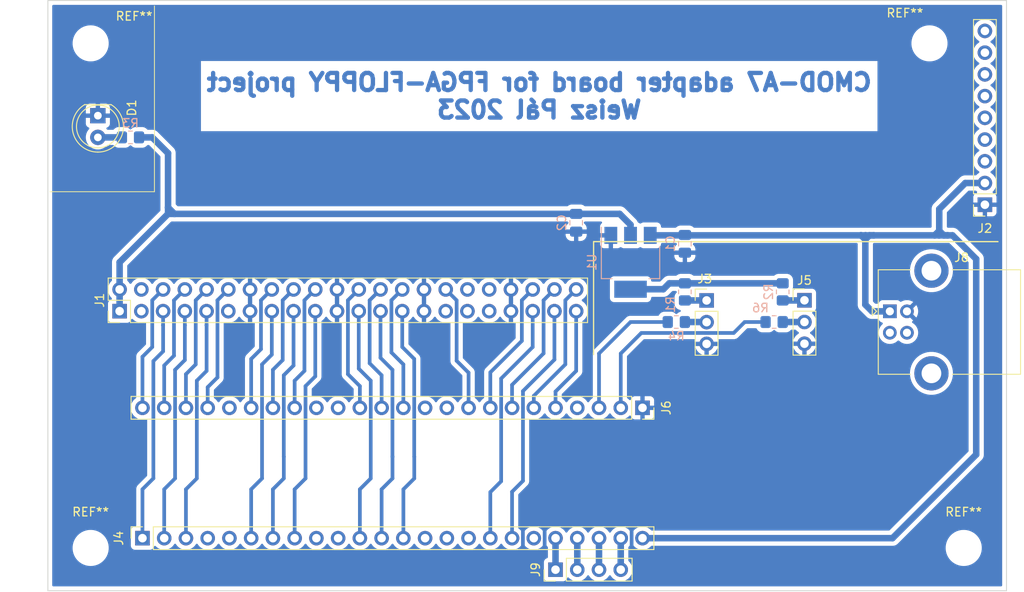
<source format=kicad_pcb>
(kicad_pcb (version 20211014) (generator pcbnew)
  (title_block (title "FPGA - C64 Floppy drive interface board") (date "2022-09-14") (company "Weisz Pál"))
  (layers (0 "F.Cu" signal) (31 "B.Cu" signal) (34 "B.Paste" user) (35 "F.Paste" user) (36 "B.SilkS" user "B.Silkscreen") (37 "F.SilkS" user "F.Silkscreen") (38 "B.Mask" user) (39 "F.Mask" user) (44 "Edge.Cuts" user))
  (net 0 "")
  (net 1 "+3V3")
  (net 2 "GND")
  (net 5 "+5V")
  (net 6 "/ATN_IN")
  (net 7 "/CLK_IN")
  (net 8 "/DATA_IN")
  (net 9 "/CLK_OUT")
  (net 10 "/DATA_OUT")
  (net 13 "/DSKCHG")
  (net 14 "/DIR")
  (net 15 "/MOTEB")
  (net 17 "/DRVSB")
  (net 18 "/DRVSA")
  (net 19 "/MOTEA")
  (net 20 "/ACTION")
  (net 31 "/PIO48")
  (net 32 "/PIO47")
  (net 33 "/PIO46")
  (net 34 "Net-(J3-Pad1)")
  (net 35 "/PIO33")
  (net 36 "/PIO14")
  (net 37 "/AIN15")
  (net 38 "/AIN16")
  (net 39 "Net-(J5-Pad1)")
  (net 40 "/PIO27")
  (net 41 "Net-(D1-Pad2)")
  (net 42 "/INDEX")
  (net 43 "/PIO19")
  (net 44 "/PIO11")
  (net 45 "/PIO12")
  (net 46 "/PIO36")
  (net 47 "/PIO10")
  (net 48 "/PIO37")
  (net 49 "/PIO20")
  (net 50 "/PIO41")
  (net 51 "/PIO39")
  (net 52 "/PIO08")
  (net 53 "/PIO34")
  (net 54 "/PIO07")
  (net 55 "/PIO44")
  (net 56 "Net-(J3-Pad2)")
  (net 57 "/PIO42")
  (net 58 "/PIO30")
  (net 59 "/PIO04")
  (net 60 "/PIO05")
  (net 61 "/PIO09")
  (net 62 "/PIO21")
  (net 63 "/PIO22")
  (net 64 "/PIO23")
  (net 65 "/PIO26")
  (net 66 "/PIO28")
  (net 67 "/PIO35")
  (net 68 "/PIO40")
  (net 69 "Net-(J5-Pad2)")
  (footprint "MountingHole:MountingHole_3.2mm_M3" (layer "F.Cu") (at 95.97 76.728)
    (fp_text reference "REF**" (at 5.08 -3.175) (layer "F.SilkS"))
    (fp_text value "MountingHole_3.2mm_M3")
    (pad "" np_thru_hole circle (at 0 0) (size 3.2 3.2) (drill 3.2) (layers *.Cu *.Mask))
  )
  (footprint "Connector_PinHeader_2.54mm:PinHeader_1x03_P2.54mm_Vertical" (layer "F.Cu") (at 179.362 106.771)
    (fp_text reference "J5" (at 0 -2.33) (layer "F.SilkS"))
    (fp_text value "JP2")
    (fp_line (start -1.33 1.27) (end 1.33 1.27) (layer "F.SilkS") (width 0.12))
    (fp_line (start -1.33 6.41) (end 1.33 6.41) (layer "F.SilkS") (width 0.12))
    (fp_line (start -1.33 -1.33) (end 0 -1.33) (layer "F.SilkS") (width 0.12))
    (fp_line (start 1.33 1.27) (end 1.33 6.41) (layer "F.SilkS") (width 0.12))
    (fp_line (start -1.33 1.27) (end -1.33 6.41) (layer "F.SilkS") (width 0.12))
    (fp_line (start -1.33 0) (end -1.33 -1.33) (layer "F.SilkS") (width 0.12))
    (pad "1" thru_hole rect (at 0 0) (size 1.7 1.7) (drill 1) (layers *.Cu *.Mask) (net 39 "Net-(J5-Pad1)"))
    (pad "2" thru_hole oval (at 0 2.54) (size 1.7 1.7) (drill 1) (layers *.Cu *.Mask) (net 69 "Net-(J5-Pad2)"))
    (pad "3" thru_hole oval (at 0 5.08) (size 1.7 1.7) (drill 1) (layers *.Cu *.Mask) (net 2 "GND"))
  )
  (footprint "Connector_PinSocket_2.54mm:PinSocket_1x09_P2.54mm_Vertical" (layer "F.Cu") (at 200.444 95.596 180)
    (fp_text reference "J2" (at 0 -2.77) (layer "F.SilkS"))
    (fp_text value "5V_PWR")
    (fp_line (start 0 -1.33) (end 1.33 -1.33) (layer "F.SilkS") (width 0.12))
    (fp_line (start -1.33 1.27) (end -1.33 21.65) (layer "F.SilkS") (width 0.12))
    (fp_line (start 1.33 1.27) (end 1.33 21.65) (layer "F.SilkS") (width 0.12))
    (fp_line (start -1.33 21.65) (end 1.33 21.65) (layer "F.SilkS") (width 0.12))
    (fp_line (start 1.33 -1.33) (end 1.33 0) (layer "F.SilkS") (width 0.12))
    (fp_line (start -1.33 1.27) (end 1.33 1.27) (layer "F.SilkS") (width 0.12))
    (pad "1" thru_hole rect locked (at 0 0 180) (size 1.7 1.7) (drill 1) (layers *.Cu *.Mask) (net 2 "GND"))
    (pad "2" thru_hole oval locked (at 0 2.54 180) (size 1.7 1.7) (drill 1) (layers *.Cu *.Mask) (net 5 "+5V"))
    (pad "3" thru_hole oval locked (at 0 5.08 180) (size 1.7 1.7) (drill 1) (layers *.Cu *.Mask))
    (pad "4" thru_hole oval locked (at 0 7.62 180) (size 1.7 1.7) (drill 1) (layers *.Cu *.Mask))
    (pad "5" thru_hole oval locked (at 0 10.16 180) (size 1.7 1.7) (drill 1) (layers *.Cu *.Mask))
    (pad "6" thru_hole oval locked (at 0 12.7 180) (size 1.7 1.7) (drill 1) (layers *.Cu *.Mask))
    (pad "7" thru_hole oval locked (at 0 15.24 180) (size 1.7 1.7) (drill 1) (layers *.Cu *.Mask))
    (pad "8" thru_hole oval locked (at 0 17.78 180) (size 1.7 1.7) (drill 1) (layers *.Cu *.Mask))
    (pad "9" thru_hole oval locked (at 0 20.32 180) (size 1.7 1.7) (drill 1) (layers *.Cu *.Mask))
  )
  (footprint "MountingHole:MountingHole_3.2mm_M3" (layer "F.Cu") (at 193.97 76.728)
    (fp_text reference "REF**" (at -2.867 -3.546) (layer "F.SilkS"))
    (fp_text value "MountingHole_3.2mm_M3")
    (pad "" np_thru_hole circle (at 0 0) (size 3.2 3.2) (drill 3.2) (layers *.Cu *.Mask))
  )
  (footprint "Connector_PinHeader_2.54mm:PinHeader_1x04_P2.54mm_Vertical" (layer "F.Cu") (at 150.279 138.272 90)
    (fp_text reference "J9" (at 0 -2.33 90) (layer "F.SilkS"))
    (fp_text value "DEBUG")
    (fp_line (start -1.33 1.27) (end -1.33 8.95) (layer "F.SilkS") (width 0.12))
    (fp_line (start -1.33 -1.33) (end 0 -1.33) (layer "F.SilkS") (width 0.12))
    (fp_line (start 1.33 1.27) (end 1.33 8.95) (layer "F.SilkS") (width 0.12))
    (fp_line (start -1.33 1.27) (end 1.33 1.27) (layer "F.SilkS") (width 0.12))
    (fp_line (start -1.33 0) (end -1.33 -1.33) (layer "F.SilkS") (width 0.12))
    (fp_line (start -1.33 8.95) (end 1.33 8.95) (layer "F.SilkS") (width 0.12))
    (pad "1" thru_hole rect (at 0 0 90) (size 1.7 1.7) (drill 1) (layers *.Cu *.Mask) (net 49 "/PIO20"))
    (pad "2" thru_hole oval (at 0 2.54 90) (size 1.7 1.7) (drill 1) (layers *.Cu *.Mask) (net 62 "/PIO21"))
    (pad "3" thru_hole oval (at 0 5.08 90) (size 1.7 1.7) (drill 1) (layers *.Cu *.Mask) (net 63 "/PIO22"))
    (pad "4" thru_hole oval (at 0 7.62 90) (size 1.7 1.7) (drill 1) (layers *.Cu *.Mask) (net 64 "/PIO23"))
  )
  (footprint "Connector_PinSocket_2.54mm:PinSocket_1x24_P2.54mm_Vertical" (layer "F.Cu") (at 102.022 134.585 90)
    (fp_text reference "J4" (at 0 -2.77 90) (layer "F.SilkS"))
    (fp_text value "CMOD-A7 1")
    (fp_line (start 1.33 1.27) (end 1.33 59.75) (layer "F.SilkS") (width 0.12))
    (fp_line (start 0 -1.33) (end 1.33 -1.33) (layer "F.SilkS") (width 0.12))
    (fp_line (start -1.33 1.27) (end -1.33 59.75) (layer "F.SilkS") (width 0.12))
    (fp_line (start -1.33 1.27) (end 1.33 1.27) (layer "F.SilkS") (width 0.12))
    (fp_line (start -1.33 59.75) (end 1.33 59.75) (layer "F.SilkS") (width 0.12))
    (fp_line (start 1.33 -1.33) (end 1.33 0) (layer "F.SilkS") (width 0.12))
    (pad "1" thru_hole rect (at 0 0 90) (size 1.7 1.7) (drill 1) (layers *.Cu *.Mask) (net 20 "/ACTION"))
    (pad "2" thru_hole oval (at 0 2.54 90) (size 1.7 1.7) (drill 1) (layers *.Cu *.Mask) (net 6 "/ATN_IN"))
    (pad "3" thru_hole oval (at 0 5.08 90) (size 1.7 1.7) (drill 1) (layers *.Cu *.Mask) (net 7 "/CLK_IN"))
    (pad "4" thru_hole oval (at 0 7.62 90) (size 1.7 1.7) (drill 1) (layers *.Cu *.Mask) (net 59 "/PIO04"))
    (pad "5" thru_hole oval (at 0 10.16 90) (size 1.7 1.7) (drill 1) (layers *.Cu *.Mask) (net 60 "/PIO05"))
    (pad "6" thru_hole oval (at 0 12.7 90) (size 1.7 1.7) (drill 1) (layers *.Cu *.Mask) (net 9 "/CLK_OUT"))
    (pad "7" thru_hole oval (at 0 15.24 90) (size 1.7 1.7) (drill 1) (layers *.Cu *.Mask) (net 54 "/PIO07"))
    (pad "8" thru_hole oval (at 0 17.78 90) (size 1.7 1.7) (drill 1) (layers *.Cu *.Mask) (net 52 "/PIO08"))
    (pad "9" thru_hole oval (at 0 20.32 90) (size 1.7 1.7) (drill 1) (layers *.Cu *.Mask) (net 61 "/PIO09"))
    (pad "10" thru_hole oval (at 0 22.86 90) (size 1.7 1.7) (drill 1) (layers *.Cu *.Mask) (net 47 "/PIO10"))
    (pad "11" thru_hole oval (at 0 25.4 90) (size 1.7 1.7) (drill 1) (layers *.Cu *.Mask) (net 44 "/PIO11"))
    (pad "12" thru_hole oval (at 0 27.94 90) (size 1.7 1.7) (drill 1) (layers *.Cu *.Mask) (net 45 "/PIO12"))
    (pad "13" thru_hole oval (at 0 30.48 90) (size 1.7 1.7) (drill 1) (layers *.Cu *.Mask) (net 42 "/INDEX"))
    (pad "14" thru_hole oval (at 0 33.02 90) (size 1.7 1.7) (drill 1) (layers *.Cu *.Mask) (net 36 "/PIO14"))
    (pad "15" thru_hole oval (at 0 35.56 90) (size 1.7 1.7) (drill 1) (layers *.Cu *.Mask) (net 37 "/AIN15"))
    (pad "16" thru_hole oval (at 0 38.1 90) (size 1.7 1.7) (drill 1) (layers *.Cu *.Mask) (net 38 "/AIN16"))
    (pad "17" thru_hole oval (at 0 40.64 90) (size 1.7 1.7) (drill 1) (layers *.Cu *.Mask) (net 14 "/DIR"))
    (pad "18" thru_hole oval (at 0 43.18 90) (size 1.7 1.7) (drill 1) (layers *.Cu *.Mask) (net 18 "/DRVSA"))
    (pad "19" thru_hole oval (at 0 45.72 90) (size 1.7 1.7) (drill 1) (layers *.Cu *.Mask) (net 43 "/PIO19"))
    (pad "20" thru_hole oval (at 0 48.26 90) (size 1.7 1.7) (drill 1) (layers *.Cu *.Mask) (net 49 "/PIO20"))
    (pad "21" thru_hole oval (at 0 50.8 90) (size 1.7 1.7) (drill 1) (layers *.Cu *.Mask) (net 62 "/PIO21"))
    (pad "22" thru_hole oval (at 0 53.34 90) (size 1.7 1.7) (drill 1) (layers *.Cu *.Mask) (net 63 "/PIO22"))
    (pad "23" thru_hole oval (at 0 55.88 90) (size 1.7 1.7) (drill 1) (layers *.Cu *.Mask) (net 64 "/PIO23"))
    (pad "24" thru_hole oval (at 0 58.42 90) (size 1.7 1.7) (drill 1) (layers *.Cu *.Mask) (net 5 "+5V"))
  )
  (footprint "Connector_PinSocket_2.54mm:PinSocket_1x24_P2.54mm_Vertical" (layer "F.Cu") (at 160.442 119.345 -90)
    (fp_text reference "J6" (at 0 -2.77 90) (layer "F.SilkS"))
    (fp_text value "CMOD-A7 2")
    (fp_line (start 1.33 -1.33) (end 1.33 0) (layer "F.SilkS") (width 0.12))
    (fp_line (start 0 -1.33) (end 1.33 -1.33) (layer "F.SilkS") (width 0.12))
    (fp_line (start 1.33 1.27) (end 1.33 59.75) (layer "F.SilkS") (width 0.12))
    (fp_line (start -1.33 59.75) (end 1.33 59.75) (layer "F.SilkS") (width 0.12))
    (fp_line (start -1.33 1.27) (end -1.33 59.75) (layer "F.SilkS") (width 0.12))
    (fp_line (start -1.33 1.27) (end 1.33 1.27) (layer "F.SilkS") (width 0.12))
    (pad "1" thru_hole rect (at 0 0 270) (size 1.7 1.7) (drill 1) (layers *.Cu *.Mask) (net 2 "GND"))
    (pad "2" thru_hole oval (at 0 2.54 270) (size 1.7 1.7) (drill 1) (layers *.Cu *.Mask) (net 65 "/PIO26"))
    (pad "3" thru_hole oval (at 0 5.08 270) (size 1.7 1.7) (drill 1) (layers *.Cu *.Mask) (net 40 "/PIO27"))
    (pad "4" thru_hole oval (at 0 7.62 270) (size 1.7 1.7) (drill 1) (layers *.Cu *.Mask) (net 66 "/PIO28"))
    (pad "5" thru_hole oval (at 0 10.16 270) (size 1.7 1.7) (drill 1) (layers *.Cu *.Mask) (net 19 "/MOTEA"))
    (pad "6" thru_hole oval (at 0 12.7 270) (size 1.7 1.7) (drill 1) (layers *.Cu *.Mask) (net 58 "/PIO30"))
    (pad "7" thru_hole oval (at 0 15.24 270) (size 1.7 1.7) (drill 1) (layers *.Cu *.Mask) (net 17 "/DRVSB"))
    (pad "8" thru_hole oval (at 0 17.78 270) (size 1.7 1.7) (drill 1) (layers *.Cu *.Mask) (net 15 "/MOTEB"))
    (pad "9" thru_hole oval (at 0 20.32 270) (size 1.7 1.7) (drill 1) (layers *.Cu *.Mask) (net 35 "/PIO33"))
    (pad "10" thru_hole oval (at 0 22.86 270) (size 1.7 1.7) (drill 1) (layers *.Cu *.Mask) (net 53 "/PIO34"))
    (pad "11" thru_hole oval (at 0 25.4 270) (size 1.7 1.7) (drill 1) (layers *.Cu *.Mask) (net 67 "/PIO35"))
    (pad "12" thru_hole oval (at 0 27.94 270) (size 1.7 1.7) (drill 1) (layers *.Cu *.Mask) (net 46 "/PIO36"))
    (pad "13" thru_hole oval (at 0 30.48 270) (size 1.7 1.7) (drill 1) (layers *.Cu *.Mask) (net 48 "/PIO37"))
    (pad "14" thru_hole oval (at 0 33.02 270) (size 1.7 1.7) (drill 1) (layers *.Cu *.Mask) (net 13 "/DSKCHG"))
    (pad "15" thru_hole oval (at 0 35.56 270) (size 1.7 1.7) (drill 1) (layers *.Cu *.Mask) (net 51 "/PIO39"))
    (pad "16" thru_hole oval (at 0 38.1 270) (size 1.7 1.7) (drill 1) (layers *.Cu *.Mask) (net 68 "/PIO40"))
    (pad "17" thru_hole oval (at 0 40.64 270) (size 1.7 1.7) (drill 1) (layers *.Cu *.Mask) (net 50 "/PIO41"))
    (pad "18" thru_hole oval (at 0 43.18 270) (size 1.7 1.7) (drill 1) (layers *.Cu *.Mask) (net 57 "/PIO42"))
    (pad "19" thru_hole oval (at 0 45.72 270) (size 1.7 1.7) (drill 1) (layers *.Cu *.Mask) (net 10 "/DATA_OUT"))
    (pad "20" thru_hole oval (at 0 48.26 270) (size 1.7 1.7) (drill 1) (layers *.Cu *.Mask) (net 55 "/PIO44"))
    (pad "21" thru_hole oval (at 0 50.8 270) (size 1.7 1.7) (drill 1) (layers *.Cu *.Mask) (net 8 "/DATA_IN"))
    (pad "22" thru_hole oval (at 0 53.34 270) (size 1.7 1.7) (drill 1) (layers *.Cu *.Mask) (net 33 "/PIO46"))
    (pad "23" thru_hole oval (at 0 55.88 270) (size 1.7 1.7) (drill 1) (layers *.Cu *.Mask) (net 32 "/PIO47"))
    (pad "24" thru_hole oval (at 0 58.42 270) (size 1.7 1.7) (drill 1) (layers *.Cu *.Mask) (net 31 "/PIO48"))
  )
  (footprint "MountingHole:MountingHole_3.2mm_M3" (layer "F.Cu") (at 95.97 135.728)
    (fp_text reference "REF**" (at 0 -4.2) (layer "F.SilkS"))
    (fp_text value "MountingHole_3.2mm_M3")
    (pad "" np_thru_hole circle (at 0 0) (size 3.2 3.2) (drill 3.2) (layers *.Cu *.Mask))
  )
  (footprint "Connector_PinHeader_2.54mm:PinHeader_1x03_P2.54mm_Vertical" (layer "F.Cu") (at 167.932 106.787)
    (fp_text reference "J3" (at -0.21 -2.515) (layer "F.SilkS"))
    (fp_text value "JP1")
    (fp_line (start -1.33 0) (end -1.33 -1.33) (layer "F.SilkS") (width 0.12))
    (fp_line (start -1.33 6.41) (end 1.33 6.41) (layer "F.SilkS") (width 0.12))
    (fp_line (start 1.33 1.27) (end 1.33 6.41) (layer "F.SilkS") (width 0.12))
    (fp_line (start -1.33 -1.33) (end 0 -1.33) (layer "F.SilkS") (width 0.12))
    (fp_line (start -1.33 1.27) (end -1.33 6.41) (layer "F.SilkS") (width 0.12))
    (fp_line (start -1.33 1.27) (end 1.33 1.27) (layer "F.SilkS") (width 0.12))
    (pad "1" thru_hole rect (at 0 0) (size 1.7 1.7) (drill 1) (layers *.Cu *.Mask) (net 34 "Net-(J3-Pad1)"))
    (pad "2" thru_hole oval (at 0 2.54) (size 1.7 1.7) (drill 1) (layers *.Cu *.Mask) (net 56 "Net-(J3-Pad2)"))
    (pad "3" thru_hole oval (at 0 5.08) (size 1.7 1.7) (drill 1) (layers *.Cu *.Mask) (net 2 "GND"))
  )
  (footprint "Connector_PinHeader_2.54mm:PinHeader_2x22_P2.54mm_Vertical" (layer "F.Cu") (at 99.352 108.042 90)
    (fp_text reference "J1" (at 1.27 -2.33 90) (layer "F.SilkS"))
    (fp_text value "FPGA_devboard")
    (fp_line (start 1.27 -1.33) (end 3.87 -1.33) (layer "F.SilkS") (width 0.12))
    (fp_line (start -1.33 54.67) (end 3.87 54.67) (layer "F.SilkS") (width 0.12))
    (fp_line (start 1.27 1.27) (end 1.27 -1.33) (layer "F.SilkS") (width 0.12))
    (fp_line (start 3.87 -1.33) (end 3.87 54.67) (layer "F.SilkS") (width 0.12))
    (fp_line (start -1.33 0) (end -1.33 -1.33) (layer "F.SilkS") (width 0.12))
    (fp_line (start -1.33 -1.33) (end 0 -1.33) (layer "F.SilkS") (width 0.12))
    (fp_line (start -1.33 1.27) (end 1.27 1.27) (layer "F.SilkS") (width 0.12))
    (fp_line (start -1.33 1.27) (end -1.33 54.67) (layer "F.SilkS") (width 0.12))
    (pad "1" thru_hole rect locked (at 0 0 90) (size 1.7 1.7) (drill 1) (layers *.Cu *.Mask) (net 1 "+3V3"))
    (pad "2" thru_hole oval locked (at 2.54 0 90) (size 1.7 1.7) (drill 1) (layers *.Cu *.Mask) (net 1 "+3V3"))
    (pad "3" thru_hole oval locked (at 0 2.54 90) (size 1.7 1.7) (drill 1) (layers *.Cu *.Mask))
    (pad "4" thru_hole oval locked (at 2.54 2.54 90) (size 1.7 1.7) (drill 1) (layers *.Cu *.Mask))
    (pad "5" thru_hole oval locked (at 0 5.08 90) (size 1.7 1.7) (drill 1) (layers *.Cu *.Mask) (net 20 "/ACTION"))
    (pad "6" thru_hole oval locked (at 2.54 5.08 90) (size 1.7 1.7) (drill 1) (layers *.Cu *.Mask) (net 31 "/PIO48"))
    (pad "7" thru_hole oval locked (at 0 7.62 90) (size 1.7 1.7) (drill 1) (layers *.Cu *.Mask) (net 6 "/ATN_IN"))
    (pad "8" thru_hole oval locked (at 2.54 7.62 90) (size 1.7 1.7) (drill 1) (layers *.Cu *.Mask) (net 32 "/PIO47"))
    (pad "9" thru_hole oval locked (at 0 10.16 90) (size 1.7 1.7) (drill 1) (layers *.Cu *.Mask) (net 7 "/CLK_IN"))
    (pad "10" thru_hole oval locked (at 2.54 10.16 90) (size 1.7 1.7) (drill 1) (layers *.Cu *.Mask) (net 33 "/PIO46"))
    (pad "11" thru_hole oval locked (at 0 12.7 90) (size 1.7 1.7) (drill 1) (layers *.Cu *.Mask))
    (pad "12" thru_hole oval locked (at 2.54 12.7 90) (size 1.7 1.7) (drill 1) (layers *.Cu *.Mask) (net 8 "/DATA_IN"))
    (pad "13" thru_hole oval locked (at 0 15.24 90) (size 1.7 1.7) (drill 1) (layers *.Cu *.Mask) (net 2 "GND"))
    (pad "14" thru_hole oval locked (at 2.54 15.24 90) (size 1.7 1.7) (drill 1) (layers *.Cu *.Mask) (net 2 "GND"))
    (pad "15" thru_hole oval locked (at 0 17.78 90) (size 1.7 1.7) (drill 1) (layers *.Cu *.Mask) (net 9 "/CLK_OUT"))
    (pad "16" thru_hole oval locked (at 2.54 17.78 90) (size 1.7 1.7) (drill 1) (layers *.Cu *.Mask) (net 10 "/DATA_OUT"))
    (pad "17" thru_hole oval locked (at 0 20.32 90) (size 1.7 1.7) (drill 1) (layers *.Cu *.Mask) (net 54 "/PIO07"))
    (pad "18" thru_hole oval locked (at 2.54 20.32 90) (size 1.7 1.7) (drill 1) (layers *.Cu *.Mask) (net 57 "/PIO42"))
    (pad "19" thru_hole oval locked (at 0 22.86 90) (size 1.7 1.7) (drill 1) (layers *.Cu *.Mask) (net 52 "/PIO08"))
    (pad "20" thru_hole oval locked (at 2.54 22.86 90) (size 1.7 1.7) (drill 1) (layers *.Cu *.Mask) (net 50 "/PIO41"))
    (pad "21" thru_hole oval locked (at 0 25.4 90) (size 1.7 1.7) (drill 1) (layers *.Cu *.Mask) (net 2 "GND"))
    (pad "22" thru_hole oval locked (at 2.54 25.4 90) (size 1.7 1.7) (drill 1) (layers *.Cu *.Mask) (net 2 "GND"))
    (pad "23" thru_hole oval locked (at 0 27.94 90) (size 1.7 1.7) (drill 1) (layers *.Cu *.Mask) (net 44 "/PIO11"))
    (pad "24" thru_hole oval locked (at 2.54 27.94 90) (size 1.7 1.7) (drill 1) (layers *.Cu *.Mask) (net 13 "/DSKCHG"))
    (pad "25" thru_hole oval locked (at 0 30.48 90) (size 1.7 1.7) (drill 1) (layers *.Cu *.Mask) (net 45 "/PIO12"))
    (pad "26" thru_hole oval locked (at 2.54 30.48 90) (size 1.7 1.7) (drill 1) (layers *.Cu *.Mask) (net 48 "/PIO37"))
    (pad "27" thru_hole oval locked (at 0 33.02 90) (size 1.7 1.7) (drill 1) (layers *.Cu *.Mask) (net 42 "/INDEX"))
    (pad "28" thru_hole oval locked (at 2.54 33.02 90) (size 1.7 1.7) (drill 1) (layers *.Cu *.Mask) (net 46 "/PIO36"))
    (pad "29" thru_hole oval locked (at 0 35.56 90) (size 1.7 1.7) (drill 1) (layers *.Cu *.Mask) (net 2 "GND"))
    (pad "30" thru_hole oval locked (at 2.54 35.56 90) (size 1.7 1.7) (drill 1) (layers *.Cu *.Mask) (net 2 "GND"))
    (pad "31" thru_hole oval locked (at 0 38.1 90) (size 1.7 1.7) (drill 1) (layers *.Cu *.Mask))
    (pad "32" thru_hole oval locked (at 2.54 38.1 90) (size 1.7 1.7) (drill 1) (layers *.Cu *.Mask) (net 35 "/PIO33"))
    (pad "33" thru_hole oval locked (at 0 40.64 90) (size 1.7 1.7) (drill 1) (layers *.Cu *.Mask))
    (pad "34" thru_hole oval locked (at 2.54 40.64 90) (size 1.7 1.7) (drill 1) (layers *.Cu *.Mask))
    (pad "35" thru_hole oval locked (at 0 43.18 90) (size 1.7 1.7) (drill 1) (layers *.Cu *.Mask))
    (pad "36" thru_hole oval locked (at 2.54 43.18 90) (size 1.7 1.7) (drill 1) (layers *.Cu *.Mask))
    (pad "37" thru_hole oval locked (at 0 45.72 90) (size 1.7 1.7) (drill 1) (layers *.Cu *.Mask) (net 2 "GND"))
    (pad "38" thru_hole oval locked (at 2.54 45.72 90) (size 1.7 1.7) (drill 1) (layers *.Cu *.Mask) (net 2 "GND"))
    (pad "39" thru_hole oval locked (at 0 48.26 90) (size 1.7 1.7) (drill 1) (layers *.Cu *.Mask) (net 14 "/DIR"))
    (pad "40" thru_hole oval locked (at 2.54 48.26 90) (size 1.7 1.7) (drill 1) (layers *.Cu *.Mask) (net 15 "/MOTEB"))
    (pad "41" thru_hole oval locked (at 0 50.8 90) (size 1.7 1.7) (drill 1) (layers *.Cu *.Mask) (net 18 "/DRVSA"))
    (pad "42" thru_hole oval locked (at 2.54 50.8 90) (size 1.7 1.7) (drill 1) (layers *.Cu *.Mask) (net 17 "/DRVSB"))
    (pad "43" thru_hole oval locked (at 0 53.34 90) (size 1.7 1.7) (drill 1) (layers *.Cu *.Mask) (net 19 "/MOTEA"))
    (pad "44" thru_hole oval locked (at 2.54 53.34 90) (size 1.7 1.7) (drill 1) (layers *.Cu *.Mask) (net 58 "/PIO30"))
  )
  (footprint "MountingHole:MountingHole_3.2mm_M3" (layer "F.Cu") (at 197.97 135.728)
    (fp_text reference "REF**" (at 0 -4.2) (layer "F.SilkS"))
    (fp_text value "MountingHole_3.2mm_M3")
    (pad "" np_thru_hole circle (at 0 0) (size 3.2 3.2) (drill 3.2) (layers *.Cu *.Mask))
  )
  (footprint "LED_THT:LED_D5.0mm" (layer "F.Cu") (at 96.812 85.182 -90)
    (fp_text reference "D1" (at -0.91 -3.96 -90) (layer "F.SilkS"))
    (fp_text value "LED_Filled")
    (fp_line (start -1.29 -1.545) (end -1.29 1.545) (layer "F.SilkS") (width 0.12))
    (fp_arc (start -1.29 -1.54483) (mid 2.072002 -2.880433) (end 4.26 0.000462) (layer "F.SilkS") (width 0.12))
    (fp_arc (start 4.26 -0.000462) (mid 2.072002 2.880433) (end -1.29 1.54483) (layer "F.SilkS") (width 0.12))
    (fp_circle (center 1.27 0) (end 3.77 0) (layer "F.SilkS") (width 0.12) (fill none))
    (pad "1" thru_hole rect (at 0 0 270) (size 1.8 1.8) (drill 0.9) (layers *.Cu *.Mask) (net 2 "GND"))
    (pad "2" thru_hole circle (at 2.54 0 270) (size 1.8 1.8) (drill 0.9) (layers *.Cu *.Mask) (net 41 "Net-(D1-Pad2)"))
  )
  (footprint "Connector_USB:USB_B_Lumberg_2411_02_Horizontal" (layer "F.Cu") (at 189.3385 108.062)
    (fp_text reference "J8" (at 8.3835 -6.29) (layer "F.SilkS"))
    (fp_text value "USB_B")
    (fp_line (start -2.05 0.5) (end -1.55 0) (layer "F.SilkS") (width 0.12))
    (fp_line (start -2.05 -0.5) (end -2.05 0.5) (layer "F.SilkS") (width 0.12))
    (fp_line (start -1.35 7.36) (end 2.4 7.36) (layer "F.SilkS") (width 0.12))
    (fp_line (start -1.55 0) (end -2.05 -0.5) (layer "F.SilkS") (width 0.12))
    (fp_line (start 15.27 -4.86) (end 7.3 -4.86) (layer "F.SilkS") (width 0.12))
    (fp_line (start -1.35 7.36) (end -1.35 -4.86) (layer "F.SilkS") (width 0.12))
    (fp_line (start 15.27 7.36) (end 15.27 -4.86) (layer "F.SilkS") (width 0.12))
    (fp_line (start 15.27 7.36) (end 7.3 7.36) (layer "F.SilkS") (width 0.12))
    (fp_line (start -1.35 -4.86) (end 2.4 -4.86) (layer "F.SilkS") (width 0.12))
    (pad "1" thru_hole rect (at 0 0 90) (size 1.6 1.6) (drill 0.95) (layers *.Cu *.Mask) (net 5 "+5V"))
    (pad "2" thru_hole circle (at 0 2.5 90) (size 1.6 1.6) (drill 0.95) (layers *.Cu *.Mask))
    (pad "3" thru_hole circle (at 2 2.5 90) (size 1.6 1.6) (drill 0.95) (layers *.Cu *.Mask))
    (pad "4" thru_hole circle (at 2 0 90) (size 1.6 1.6) (drill 0.95) (layers *.Cu *.Mask) (net 2 "GND"))
    (pad "5" thru_hole circle (at 4.86 7.25 90) (size 4 4) (drill 2.3) (layers *.Cu *.Mask))
    (pad "5" thru_hole circle (at 4.86 -4.75 90) (size 4 4) (drill 2.3) (layers *.Cu *.Mask))
  )
  (footprint "Capacitor_SMD:C_0805_2012Metric_Pad1.18x1.45mm_HandSolder" (layer "B.Cu") (at 152.692 97.7045 -90)
    (fp_text reference "C2" (at 0 1.68 90) (layer "B.SilkS") (effects (justify mirror)))
    (fp_text value "10u")
    (fp_line (start -0.261252 -0.735) (end 0.261252 -0.735) (layer "B.SilkS") (width 0.12))
    (fp_line (start -0.261252 0.735) (end 0.261252 0.735) (layer "B.SilkS") (width 0.12))
    (pad "1" smd roundrect (at -1.0375 0 270) (size 1.175 1.45) (layers "B.Cu" "B.Paste" "B.Mask") (roundrect_rratio 0.212766) (net 1 "+3V3"))
    (pad "2" smd roundrect (at 1.0375 0 270) (size 1.175 1.45) (layers "B.Cu" "B.Paste" "B.Mask") (roundrect_rratio 0.212766) (net 2 "GND"))
  )
  (footprint "Package_TO_SOT_SMD:SOT-223-3_TabPin2" (layer "B.Cu") (at 159.042 102.327 -90)
    (fp_text reference "U1" (at 0 4.5 90) (layer "B.SilkS") (effects (justify mirror)))
    (fp_text value "AP1117-33")
    (fp_line (start -1.85 -3.41) (end 1.91 -3.41) (layer "B.SilkS") (width 0.12))
    (fp_line (start 1.91 3.41) (end 1.91 2.15) (layer "B.SilkS") (width 0.12))
    (fp_line (start 1.91 -3.41) (end 1.91 -2.15) (layer "B.SilkS") (width 0.12))
    (fp_line (start -4.1 3.41) (end 1.91 3.41) (layer "B.SilkS") (width 0.12))
    (pad "1" smd rect (at -3.15 2.3 270) (size 2 1.5) (layers "B.Cu" "B.Paste" "B.Mask") (net 2 "GND"))
    (pad "2" smd rect (at -3.15 0 270) (size 2 1.5) (layers "B.Cu" "B.Paste" "B.Mask") (net 1 "+3V3"))
    (pad "2" smd rect (at 3.15 0 270) (size 2 3.8) (layers "B.Cu" "B.Paste" "B.Mask") (net 1 "+3V3"))
    (pad "3" smd rect (at -3.15 -2.3 270) (size 2 1.5) (layers "B.Cu" "B.Paste" "B.Mask") (net 5 "+5V"))
  )
  (footprint "Resistor_SMD:R_0805_2012Metric_Pad1.20x1.40mm_HandSolder" (layer "B.Cu") (at 164.392 109.312)
    (fp_text reference "R4" (at 0 1.65) (layer "B.SilkS") (effects (justify mirror)))
    (fp_text value "10k")
    (fp_line (start -0.227064 -0.735) (end 0.227064 -0.735) (layer "B.SilkS") (width 0.12))
    (fp_line (start -0.227064 0.735) (end 0.227064 0.735) (layer "B.SilkS") (width 0.12))
    (pad "1" smd roundrect (at -1 0) (size 1.2 1.4) (layers "B.Cu" "B.Paste" "B.Mask") (roundrect_rratio 0.208333) (net 40 "/PIO27"))
    (pad "2" smd roundrect (at 1 0) (size 1.2 1.4) (layers "B.Cu" "B.Paste" "B.Mask") (roundrect_rratio 0.208333) (net 56 "Net-(J3-Pad2)"))
  )
  (footprint "Resistor_SMD:R_0805_2012Metric_Pad1.20x1.40mm_HandSolder" (layer "B.Cu") (at 176.822 105.787 -90)
    (fp_text reference "R2" (at 0 1.65 90) (layer "B.SilkS") (effects (justify mirror)))
    (fp_text value "10k")
    (fp_line (start -0.227064 0.735) (end 0.227064 0.735) (layer "B.SilkS") (width 0.12))
    (fp_line (start -0.227064 -0.735) (end 0.227064 -0.735) (layer "B.SilkS") (width 0.12))
    (pad "1" smd roundrect (at -1 0 270) (size 1.2 1.4) (layers "B.Cu" "B.Paste" "B.Mask") (roundrect_rratio 0.208333) (net 1 "+3V3"))
    (pad "2" smd roundrect (at 1 0 270) (size 1.2 1.4) (layers "B.Cu" "B.Paste" "B.Mask") (roundrect_rratio 0.208333) (net 39 "Net-(J5-Pad1)"))
  )
  (footprint "Capacitor_SMD:C_0805_2012Metric_Pad1.18x1.45mm_HandSolder" (layer "B.Cu") (at 165.392 100.1645 -90)
    (fp_text reference "C1" (at 0 1.68 90) (layer "B.SilkS") (effects (justify mirror)))
    (fp_text value "100n")
    (fp_line (start -0.261252 -0.735) (end 0.261252 -0.735) (layer "B.SilkS") (width 0.12))
    (fp_line (start -0.261252 0.735) (end 0.261252 0.735) (layer "B.SilkS") (width 0.12))
    (pad "1" smd roundrect (at -1.0375 0 270) (size 1.175 1.45) (layers "B.Cu" "B.Paste" "B.Mask") (roundrect_rratio 0.212766) (net 5 "+5V"))
    (pad "2" smd roundrect (at 1.0375 0 270) (size 1.175 1.45) (layers "B.Cu" "B.Paste" "B.Mask") (roundrect_rratio 0.212766) (net 2 "GND"))
  )
  (footprint "Resistor_SMD:R_0805_2012Metric_Pad1.20x1.40mm_HandSolder" (layer "B.Cu") (at 100.622 87.722 180)
    (fp_text reference "R3" (at 0 1.65) (layer "B.SilkS") (effects (justify mirror)))
    (fp_text value "1k")
    (fp_line (start -0.227064 -0.735) (end 0.227064 -0.735) (layer "B.SilkS") (width 0.12))
    (fp_line (start -0.227064 0.735) (end 0.227064 0.735) (layer "B.SilkS") (width 0.12))
    (pad "1" smd roundrect (at -1 0 180) (size 1.2 1.4) (layers "B.Cu" "B.Paste" "B.Mask") (roundrect_rratio 0.208333) (net 1 "+3V3"))
    (pad "2" smd roundrect (at 1 0 180) (size 1.2 1.4) (layers "B.Cu" "B.Paste" "B.Mask") (roundrect_rratio 0.208333) (net 41 "Net-(D1-Pad2)"))
  )
  (footprint "Resistor_SMD:R_0805_2012Metric_Pad1.20x1.40mm_HandSolder" (layer "B.Cu") (at 175.822 109.312 180)
    (fp_text reference "R6" (at 1.6 1.65) (layer "B.SilkS") (effects (justify mirror)))
    (fp_text value "10k")
    (fp_line (start -0.227064 -0.735) (end 0.227064 -0.735) (layer "B.SilkS") (width 0.12))
    (fp_line (start -0.227064 0.735) (end 0.227064 0.735) (layer "B.SilkS") (width 0.12))
    (pad "1" smd roundrect (at -1 0 180) (size 1.2 1.4) (layers "B.Cu" "B.Paste" "B.Mask") (roundrect_rratio 0.208333) (net 69 "Net-(J5-Pad2)"))
    (pad "2" smd roundrect (at 1 0 180) (size 1.2 1.4) (layers "B.Cu" "B.Paste" "B.Mask") (roundrect_rratio 0.208333) (net 65 "/PIO26"))
  )
  (footprint "Resistor_SMD:R_0805_2012Metric_Pad1.20x1.40mm_HandSolder" (layer "B.Cu") (at 165.392 105.787 -90)
    (fp_text reference "R1" (at 1.485 1.67 90) (layer "B.SilkS") (effects (justify mirror)))
    (fp_text value "10k")
    (fp_line (start -0.227064 -0.735) (end 0.227064 -0.735) (layer "B.SilkS") (width 0.12))
    (fp_line (start -0.227064 0.735) (end 0.227064 0.735) (layer "B.SilkS") (width 0.12))
    (pad "1" smd roundrect (at -1 0 270) (size 1.2 1.4) (layers "B.Cu" "B.Paste" "B.Mask") (roundrect_rratio 0.208333) (net 1 "+3V3"))
    (pad "2" smd roundrect (at 1 0 270) (size 1.2 1.4) (layers "B.Cu" "B.Paste" "B.Mask") (roundrect_rratio 0.208333) (net 34 "Net-(J3-Pad1)"))
  )
  (gr_line (start 201.971 99.914) (end 154.727 99.914) (layer "F.SilkS") (width 0.15))
  (gr_line (start 103.419 94.072) (end 103.419 72.355) (layer "F.SilkS") (width 0.1))
  (gr_line (start 154.727 99.914) (end 154.724 113.122) (layer "F.SilkS") (width 0.15))
  (gr_line (start 91.222 94.072) (end 103.419 94.072) (layer "F.SilkS") (width 0.1))
  (gr_line (start 202.97 71.72) (end 202.97 140.728) (layer "Edge.Cuts") (width 0.1))
  (gr_line (start 90.97 140.728) (end 90.97 71.72) (layer "Edge.Cuts") (width 0.1))
  (gr_line (start 202.97 140.728) (end 90.97 140.728) (layer "Edge.Cuts") (width 0.1))
  (gr_line (start 90.97 71.72) (end 202.97 71.72) (layer "Edge.Cuts") (width 0.1))
  (gr_text "CMOD-A7 adapter board for FPGA-FLOPPY project\nWeisz Pál 2023" (at 148.374 82.896) (layer "B.Cu") (effects (font (size 2 2) (thickness 0.5)) (justify mirror)))
  (segment (start 157.772 96.667) (end 105.757 96.667) (width 0.762) (layer "B.Cu") (net 1))
  (segment (start 165.392 104.787) (end 176.822 104.787) (width 0.762) (layer "B.Cu") (net 1))
  (segment (start 157.772 96.667) (end 159.042 97.937) (width 0.762) (layer "B.Cu") (net 1))
  (segment (start 162.877 105.477) (end 163.567 104.787) (width 0.762) (layer "B.Cu") (net 1))
  (segment (start 105.012 95.922) (end 105.012 96.667) (width 0.762) (layer "B.Cu") (net 1))
  (segment (start 103.162 87.722) (end 105.012 89.572) (width 0.762) (layer "B.Cu") (net 1))
  (segment (start 105.012 95.922) (end 105.757 96.667) (width 0.762) (layer "B.Cu") (net 1))
  (segment (start 163.567 104.787) (end 165.392 104.787) (width 0.762) (layer "B.Cu") (net 1))
  (segment (start 105.012 96.667) (end 99.352 102.327) (width 0.762) (layer "B.Cu") (net 1))
  (segment (start 105.012 89.572) (end 105.012 95.922) (width 0.762) (layer "B.Cu") (net 1))
  (segment (start 159.042 97.937) (end 159.042 99.177) (width 0.762) (layer "B.Cu") (net 1))
  (segment (start 99.352 108.042) (end 99.352 105.502) (width 0.762) (layer "B.Cu") (net 1))
  (segment (start 99.352 105.502) (end 99.352 102.327) (width 0.762) (layer "B.Cu") (net 1))
  (segment (start 105.757 96.667) (end 105.012 96.667) (width 0.762) (layer "B.Cu") (net 1))
  (segment (start 101.622 87.722) (end 103.162 87.722) (width 0.762) (layer "B.Cu") (net 1))
  (segment (start 159.042 105.477) (end 162.877 105.477) (width 0.762) (layer "B.Cu") (net 1))
  (segment (start 146.469 132.525) (end 146.469 136.519) (width 0.4318) (layer "B.Cu") (net 2))
  (segment (start 149.009 136.485) (end 149.009 132.559) (width 0.4318) (layer "B.Cu") (net 2))
  (segment (start 159.169 132.966989) (end 159.169 135.855) (width 0.4318) (layer "B.Cu") (net 2))
  (segment (start 187.256 108.062) (end 186.474 107.28) (width 0.762) (layer "B.Cu") (net 5))
  (segment (start 196.101 99.177) (end 196.659 99.177) (width 0.762) (layer "B.Cu") (net 5))
  (segment (start 189.3385 108.062) (end 187.256 108.062) (width 0.762) (layer "B.Cu") (net 5))
  (segment (start 186.499 99.177) (end 187.465 99.177) (width 0.762) (layer "B.Cu") (net 5))
  (segment (start 185.991 99.177) (end 186.474 99.66) (width 0.762) (layer "B.Cu") (net 5))
  (segment (start 186.474 99.202) (end 186.499 99.177) (width 0.762) (layer "B.Cu") (net 5))
  (segment (start 186.957 99.177) (end 187.465 99.177) (width 0.762) (layer "B.Cu") (net 5))
  (segment (start 195.11 98.644) (end 194.577 99.177) (width 0.762) (layer "B.Cu") (net 5))
  (segment (start 196.659 99.177) (end 199.428 101.946) (width 0.762) (layer "B.Cu") (net 5))
  (segment (start 186.474 99.66) (end 186.957 99.177) (width 0.762) (layer "B.Cu") (net 5))
  (segment (start 195.11 98.644) (end 195.11 99.152) (width 0.762) (layer "B.Cu") (net 5))
  (segment (start 195.085 99.177) (end 196.101 99.177) (width 0.762) (layer "B.Cu") (net 5))
  (segment (start 186.474 107.28) (end 186.474 99.202) (width 0.762) (layer "B.Cu") (net 5))
  (segment (start 195.085 99.177) (end 195.11 99.152) (width 0.762) (layer "B.Cu") (net 5))
  (segment (start 199.428 101.946) (end 199.428 124.806) (width 0.762) (layer "B.Cu") (net 5))
  (segment (start 187.465 99.177) (end 194.577 99.177) (width 0.762) (layer "B.Cu") (net 5))
  (segment (start 186.474 99.66) (end 186.474 99.202) (width 0.762) (layer "B.Cu") (net 5))
  (segment (start 161.342 99.177) (end 185.941 99.177) (width 0.762) (layer "B.Cu") (net 5))
  (segment (start 160.442 134.585) (end 189.649 134.585) (width 0.762) (layer "B.Cu") (net 5))
  (segment (start 189.649 134.585) (end 199.428 124.806) (width 0.762) (layer "B.Cu") (net 5))
  (segment (start 194.577 99.177) (end 195.085 99.177) (width 0.762) (layer "B.Cu") (net 5))
  (segment (start 195.11 96.104) (end 195.11 98.644) (width 0.762) (layer "B.Cu") (net 5))
  (segment (start 185.941 99.177) (end 186.499 99.177) (width 0.762) (layer "B.Cu") (net 5))
  (segment (start 195.11 98.644) (end 195.643 99.177) (width 0.762) (layer "B.Cu") (net 5))
  (segment (start 195.643 99.177) (end 196.101 99.177) (width 0.762) (layer "B.Cu") (net 5))
  (segment (start 200.444 93.056) (end 198.158 93.056) (width 0.762) (layer "B.Cu") (net 5))
  (segment (start 198.158 93.056) (end 195.11 96.104) (width 0.762) (layer "B.Cu") (net 5))
  (segment (start 185.941 99.177) (end 185.991 99.177) (width 0.762) (layer "B.Cu") (net 5))
  (segment (start 106.975 113.757) (end 106.975 109.693) (width 0.4318) (layer "B.Cu") (net 6))
  (segment (start 106.975 109.693) (end 106.972 109.69) (width 0.4318) (layer "B.Cu") (net 6))
  (segment (start 105.832 127.6) (end 105.832 114.9) (width 0.4318) (layer "B.Cu") (net 6))
  (segment (start 106.972 108.042) (end 106.972 109.69) (width 0.4318) (layer "B.Cu") (net 6))
  (segment (start 105.832 114.9) (end 106.975 113.757) (width 0.4318) (layer "B.Cu") (net 6))
  (segment (start 104.562 128.87) (end 104.562 134.585) (width 0.4318) (layer "B.Cu") (net 6))
  (segment (start 105.832 127.6) (end 104.562 128.87) (width 0.4318) (layer "B.Cu") (net 6))
  (segment (start 107.102 134.585) (end 107.102 128.87) (width 0.4318) (layer "B.Cu") (net 7))
  (segment (start 108.372 116.805) (end 108.372 116.17) (width 0.4318) (layer "B.Cu") (net 7))
  (segment (start 109.512 109.69) (end 109.515 109.693) (width 0.4318) (layer "B.Cu") (net 7))
  (segment (start 109.515 109.693) (end 109.515 115.027) (width 0.4318) (layer "B.Cu") (net 7))
  (segment (start 108.372 116.17) (end 109.515 115.027) (width 0.4318) (layer "B.Cu") (net 7))
  (segment (start 108.372 127.6) (end 108.372 116.805) (width 0.4318) (layer "B.Cu") (net 7))
  (segment (start 107.102 128.87) (end 108.372 127.6) (width 0.4318) (layer "B.Cu") (net 7))
  (segment (start 109.512 108.042) (end 109.512 109.69) (width 0.4318) (layer "B.Cu") (net 7))
  (segment (start 109.642 116.932) (end 110.786589 115.787411) (width 0.4318) (layer "B.Cu") (net 8))
  (segment (start 110.785 106.769) (end 112.052 105.502) (width 0.4318) (layer "B.Cu") (net 8))
  (segment (start 109.642 119.345) (end 109.642 116.932) (width 0.4318) (layer "B.Cu") (net 8))
  (segment (start 110.786589 115.787411) (end 110.786589 106.770589) (width 0.4318) (layer "B.Cu") (net 8))
  (segment (start 110.786589 106.770589) (end 110.785 106.769) (width 0.4318) (layer "B.Cu") (net 8))
  (segment (start 117.132 113.125) (end 117.132 108.042) (width 0.4318) (layer "B.Cu") (net 9))
  (segment (start 114.722 134.585) (end 114.722 128.87) (width 0.4318) (layer "B.Cu") (net 9))
  (segment (start 114.722 128.87) (end 115.992 127.6) (width 0.4318) (layer "B.Cu") (net 9))
  (segment (start 115.992 127.6) (end 115.992 114.265) (width 0.4318) (layer "B.Cu") (net 9))
  (segment (start 115.992 114.265) (end 117.132 113.125) (width 0.4318) (layer "B.Cu") (net 9))
  (segment (start 115.866589 112.485411) (end 114.722 113.63) (width 0.4318) (layer "B.Cu") (net 10))
  (segment (start 114.722 113.63) (end 114.722 119.345) (width 0.4318) (layer "B.Cu") (net 10))
  (segment (start 115.866589 106.767411) (end 115.866589 112.485411) (width 0.4318) (layer "B.Cu") (net 10))
  (segment (start 117.132 105.502) (end 115.866589 106.767411) (width 0.4318) (layer "B.Cu") (net 10))
  (segment (start 127.422 116.805) (end 126.025 115.408) (width 0.4318) (layer "B.Cu") (net 13))
  (segment (start 126.025 115.408) (end 126.025 106.769) (width 0.4318) (layer "B.Cu") (net 13))
  (segment (start 127.422 119.345) (end 127.422 116.805) (width 0.4318) (layer "B.Cu") (net 13))
  (segment (start 126.025 106.769) (end 127.292 105.502) (width 0.4318) (layer "B.Cu") (net 13))
  (segment (start 147.612 112.23) (end 147.615 112.233) (width 0.4318) (layer "B.Cu") (net 14))
  (segment (start 147.612 108.042) (end 147.612 112.23) (width 0.4318) (layer "B.Cu") (net 14))
  (segment (start 142.662 129.2) (end 142.662 134.585) (width 0.4318) (layer "B.Cu") (net 14))
  (segment (start 143.927411 115.920589) (end 143.927411 127.934589) (width 0.4318) (layer "B.Cu") (net 14))
  (segment (start 147.615 112.233) (end 143.927411 115.920589) (width 0.4318) (layer "B.Cu") (net 14))
  (segment (start 143.927411 127.934589) (end 142.662 129.2) (width 0.4318) (layer "B.Cu") (net 14))
  (segment (start 142.662 115.2) (end 146.345 111.517) (width 0.4318) (layer "B.Cu") (net 15))
  (segment (start 142.662 119.345) (end 142.662 115.2) (width 0.4318) (layer "B.Cu") (net 15))
  (segment (start 146.345 106.769) (end 147.612 105.502) (width 0.4318) (layer "B.Cu") (net 15))
  (segment (start 146.345 111.517) (end 146.345 106.769) (width 0.4318) (layer "B.Cu") (net 15))
  (segment (start 148.885 106.769) (end 148.885 112.977) (width 0.4318) (layer "B.Cu") (net 17))
  (segment (start 150.152 105.502) (end 148.885 106.769) (width 0.4318) (layer "B.Cu") (net 17))
  (segment (start 148.885 112.977) (end 145.202 116.66) (width 0.4318) (layer "B.Cu") (net 17))
  (segment (start 145.202 116.66) (end 145.202 119.345) (width 0.4318) (layer "B.Cu") (net 17))
  (segment (start 145.202 134.585) (end 145.202 129.16) (width 0.4318) (layer "B.Cu") (net 18))
  (segment (start 146.476589 127.885411) (end 146.476589 117.385411) (width 0.4318) (layer "B.Cu") (net 18))
  (segment (start 150.152 113.71) (end 150.152 108.042) (width 0.4318) (layer "B.Cu") (net 18))
  (segment (start 146.476589 117.385411) (end 150.152 113.71) (width 0.4318) (layer "B.Cu") (net 18))
  (segment (start 145.202 129.16) (end 146.476589 127.885411) (width 0.4318) (layer "B.Cu") (net 18))
  (segment (start 150.282 119.345) (end 150.282 117.44) (width 0.4318) (layer "B.Cu") (net 19))
  (segment (start 152.692 115.03) (end 152.692 108.042) (width 0.4318) (layer "B.Cu") (net 19))
  (segment (start 150.282 117.44) (end 152.692 115.03) (width 0.4318) (layer "B.Cu") (net 19))
  (segment (start 104.435 109.693) (end 104.432 109.69) (width 0.4318) (layer "B.Cu") (net 20))
  (segment (start 103.296589 113.879411) (end 104.435 112.741) (width 0.4318) (layer "B.Cu") (net 20))
  (segment (start 103.296589 127.595411) (end 103.296589 113.879411) (width 0.4318) (layer "B.Cu") (net 20))
  (segment (start 102.022 134.585) (end 102.022 128.87) (width 0.4318) (layer "B.Cu") (net 20))
  (segment (start 102.022 128.87) (end 103.296589 127.595411) (width 0.4318) (layer "B.Cu") (net 20))
  (segment (start 104.432 108.042) (end 104.432 109.69) (width 0.4318) (layer "B.Cu") (net 20))
  (segment (start 104.435 112.741) (end 104.435 109.693) (width 0.4318) (layer "B.Cu") (net 20))
  (segment (start 103.165 106.769) (end 103.165 112.233) (width 0.4318) (layer "B.Cu") (net 31))
  (segment (start 103.165 112.233) (end 102.022 113.376) (width 0.4318) (layer "B.Cu") (net 31))
  (segment (start 102.022 113.376) (end 102.022 119.345) (width 0.4318) (layer "B.Cu") (net 31))
  (segment (start 104.432 105.502) (end 103.165 106.769) (width 0.4318) (layer "B.Cu") (net 31))
  (segment (start 105.705 113.249) (end 105.705 106.769) (width 0.4318) (layer "B.Cu") (net 32))
  (segment (start 104.562 114.392) (end 105.705 113.249) (width 0.4318) (layer "B.Cu") (net 32))
  (segment (start 104.562 119.345) (end 104.562 114.392) (width 0.4318) (layer "B.Cu") (net 32))
  (segment (start 105.705 106.769) (end 106.972 105.502) (width 0.4318) (layer "B.Cu") (net 32))
  (segment (start 108.245 114.265) (end 107.102 115.408) (width 0.4318) (layer "B.Cu") (net 33))
  (segment (start 108.245 106.769) (end 108.245 114.265) (width 0.4318) (layer "B.Cu") (net 33))
  (segment (start 107.102 115.408) (end 107.102 119.345) (width 0.4318) (layer "B.Cu") (net 33))
  (segment (start 109.512 105.502) (end 108.245 106.769) (width 0.4318) (layer "B.Cu") (net 33))
  (segment (start 167.932 106.787) (end 165.392 106.787) (width 0.762) (layer "B.Cu") (net 34))
  (segment (start 138.726589 113.844589) (end 138.726589 106.776589) (width 0.4318) (layer "B.Cu") (net 35))
  (segment (start 138.726589 106.776589) (end 137.452 105.502) (width 0.4318) (layer "B.Cu") (net 35))
  (segment (start 140.122 119.345) (end 140.122 115.24) (width 0.4318) (layer "B.Cu") (net 35))
  (segment (start 140.122 115.24) (end 138.726589 113.844589) (width 0.4318) (layer "B.Cu") (net 35))
  (segment (start 179.346 106.787) (end 179.362 106.771) (width 0.762) (layer "B.Cu") (net 39))
  (segment (start 176.822 106.787) (end 179.346 106.787) (width 0.762) (layer "B.Cu") (net 39))
  (segment (start 155.362 119.345) (end 155.362 112.992) (width 0.4318) (layer "B.Cu") (net 40))
  (segment (start 155.362 112.992) (end 159.042 109.312) (width 0.4318) (layer "B.Cu") (net 40))
  (segment (start 159.042 109.312) (end 163.392 109.312) (width 0.4318) (layer "B.Cu") (net 40))
  (segment (start 96.812 87.722) (end 99.622 87.722) (width 0.762) (layer "B.Cu") (net 41))
  (segment (start 132.372 112.23) (end 133.772 113.63) (width 0.4318) (layer "B.Cu") (net 42))
  (segment (start 132.506589 128.874589) (end 133.776589 127.604589) (width 0.4318) (layer "B.Cu") (net 42))
  (segment (start 133.772 113.63) (end 133.772 125.06) (width 0.4318) (layer "B.Cu") (net 42))
  (segment (start 132.372 108.042) (end 132.372 112.23) (width 0.4318) (layer "B.Cu") (net 42))
  (segment (start 132.506589 134.589589) (end 132.506589 128.874589) (width 0.4318) (layer "B.Cu") (net 42))
  (segment (start 133.776589 125.064589) (end 133.772 125.06) (width 0.4318) (layer "B.Cu") (net 42))
  (segment (start 133.776589 127.604589) (end 133.776589 125.064589) (width 0.4318) (layer "B.Cu") (net 42))
  (segment (start 127.422 134.585) (end 127.422 128.87) (width 0.4318) (layer "B.Cu") (net 44))
  (segment (start 127.422 128.87) (end 128.692 127.6) (width 0.4318) (layer "B.Cu") (net 44))
  (segment (start 128.692 127.6) (end 128.692 116.17) (width 0.4318) (layer "B.Cu") (net 44))
  (segment (start 128.692 116.17) (end 127.292 114.77) (width 0.4318) (layer "B.Cu") (net 44))
  (segment (start 127.292 114.77) (end 127.292 108.042) (width 0.4318) (layer "B.Cu") (net 44))
  (segment (start 129.832 113.5) (end 129.832 108.042) (width 0.4318) (layer "B.Cu") (net 45))
  (segment (start 131.227411 125.055411) (end 131.227411 114.895411) (width 0.4318) (layer "B.Cu") (net 45))
  (segment (start 131.232 127.6) (end 131.232 125.06) (width 0.4318) (layer "B.Cu") (net 45))
  (segment (start 129.962 128.87) (end 131.232 127.6) (width 0.4318) (layer "B.Cu") (net 45))
  (segment (start 131.232 125.06) (end 131.227411 125.055411) (width 0.4318) (layer "B.Cu") (net 45))
  (segment (start 131.227411 114.895411) (end 129.832 113.5) (width 0.4318) (layer "B.Cu") (net 45))
  (segment (start 129.962 134.585) (end 129.962 128.87) (width 0.4318) (layer "B.Cu") (net 45))
  (segment (start 131.106589 112.869589) (end 132.502 114.265) (width 0.4318) (layer "B.Cu") (net 46))
  (segment (start 132.372 105.502) (end 131.106589 106.767411) (width 0.4318) (layer "B.Cu") (net 46))
  (segment (start 132.502 114.265) (end 132.502 119.345) (width 0.4318) (layer "B.Cu") (net 46))
  (segment (start 131.106589 106.767411) (end 131.106589 112.869589) (width 0.4318) (layer "B.Cu") (net 46))
  (segment (start 129.962 119.345) (end 129.962 115.535) (width 0.4318) (layer "B.Cu") (net 48))
  (segment (start 128.565 114.138) (end 128.565 106.769) (width 0.4318) (layer "B.Cu") (net 48))
  (segment (start 129.962 115.535) (end 128.565 114.138) (width 0.4318) (layer "B.Cu") (net 48))
  (segment (start 128.565 106.769) (end 129.832 105.502) (width 0.4318) (layer "B.Cu") (net 48))
  (segment (start 150.279 134.588) (end 150.282 134.585) (width 0.762) (layer "B.Cu") (net 49))
  (segment (start 150.279 138.272) (end 150.279 134.588) (width 0.762) (layer "B.Cu") (net 49))
  (segment (start 120.946589 106.767411) (end 120.946589 115.025411) (width 0.4318) (layer "B.Cu") (net 50))
  (segment (start 119.802 116.17) (end 119.802 119.345) (width 0.4318) (layer "B.Cu") (net 50))
  (segment (start 120.946589 115.025411) (end 119.802 116.17) (width 0.4318) (layer "B.Cu") (net 50))
  (segment (start 122.212 105.502) (end 120.946589 106.767411) (width 0.4318) (layer "B.Cu") (net 50))
  (segment (start 121.072 116.805) (end 121.072 127.6) (width 0.4318) (layer "B.Cu") (net 52))
  (segment (start 122.212 115.665) (end 121.072 116.805) (width 0.4318) (layer "B.Cu") (net 52))
  (segment (start 119.802 128.87) (end 119.802 134.585) (width 0.4318) (layer "B.Cu") (net 52))
  (segment (start 122.212 108.042) (end 122.212 115.665) (width 0.4318) (layer "B.Cu") (net 52))
  (segment (start 121.072 127.6) (end 119.802 128.87) (width 0.4318) (layer "B.Cu") (net 52))
  (segment (start 118.536589 127.595411) (end 118.536589 125.055411) (width 0.4318) (layer "B.Cu") (net 54))
  (segment (start 118.536589 125.055411) (end 118.532 125.06) (width 0.4318) (layer "B.Cu") (net 54))
  (segment (start 118.532 115.535) (end 119.672 114.395) (width 0.4318) (layer "B.Cu") (net 54))
  (segment (start 117.262 128.87) (end 118.536589 127.595411) (width 0.4318) (layer "B.Cu") (net 54))
  (segment (start 117.262 134.585) (end 117.262 128.87) (width 0.4318) (layer "B.Cu") (net 54))
  (segment (start 118.532 125.06) (end 118.532 115.535) (width 0.4318) (layer "B.Cu") (net 54))
  (segment (start 119.672 114.395) (end 119.672 108.042) (width 0.4318) (layer "B.Cu") (net 54))
  (segment (start 165.392 109.312) (end 167.917 109.312) (width 0.762) (layer "B.Cu") (net 56))
  (segment (start 167.917 109.312) (end 167.932 109.327) (width 0.762) (layer "B.Cu") (net 56))
  (segment (start 117.262 114.9) (end 117.262 119.345) (width 0.4318) (layer "B.Cu") (net 57))
  (segment (start 118.406589 113.755411) (end 117.262 114.9) (width 0.4318) (layer "B.Cu") (net 57))
  (segment (start 119.672 105.502) (end 118.406589 106.767411) (width 0.4318) (layer "B.Cu") (net 57))
  (segment (start 118.406589 106.767411) (end 118.406589 113.755411) (width 0.4318) (layer "B.Cu") (net 57))
  (segment (start 151.425 106.769) (end 152.692 105.502) (width 0.4318) (layer "B.Cu") (net 58))
  (segment (start 151.425 114.265) (end 151.425 106.769) (width 0.4318) (layer "B.Cu") (net 58))
  (segment (start 147.742 117.948) (end 151.425 114.265) (width 0.4318) (layer "B.Cu") (net 58))
  (segment (start 147.742 119.345) (end 147.742 117.948) (width 0.4318) (layer "B.Cu") (net 58))
  (segment (start 152.822 134.585) (end 152.822 138.269) (width 0.762) (layer "B.Cu") (net 62))
  (segment (start 152.822 138.269) (end 152.819 138.272) (width 0.762) (layer "B.Cu") (net 62))
  (segment (start 155.359 134.588) (end 155.362 134.585) (width 0.762) (layer "B.Cu") (net 63))
  (segment (start 155.359 138.272) (end 155.359 134.588) (width 0.762) (layer "B.Cu") (net 63))
  (segment (start 157.899 134.588) (end 157.902 134.585) (width 0.762) (layer "B.Cu") (net 64))
  (segment (start 157.902 138.269) (end 157.899 138.272) (width 0.762) (layer "B.Cu") (net 64))
  (segment (start 157.899 138.272) (end 157.899 134.588) (width 0.762) (layer "B.Cu") (net 64))
  (segment (start 172.377 109.312) (end 174.822 109.312) (width 0.4318) (layer "B.Cu") (net 65))
  (segment (start 157.902 119.345) (end 157.902 112.992) (width 0.4318) (layer "B.Cu") (net 65))
  (segment (start 160.301589 110.592411) (end 171.096589 110.592411) (width 0.4318) (layer "B.Cu") (net 65))
  (segment (start 157.902 112.992) (end 160.301589 110.592411) (width 0.4318) (layer "B.Cu") (net 65))
  (segment (start 171.096589 110.592411) (end 172.377 109.312) (width 0.4318) (layer "B.Cu") (net 65))
  (segment (start 179.361 109.312) (end 179.362 109.311) (width 0.762) (layer "B.Cu") (net 69))
  (segment (start 176.822 109.312) (end 179.361 109.312) (width 0.762) (layer "B.Cu") (net 69))
  (zone (net 2) (net_name "GND") (layer "B.Cu") (connect_pads (clearance 0.508)) (min_thickness 0.254) (fill yes (thermal_gap 0.508) (thermal_bridge_width 0.508))
    (polygon (pts (xy 202.97 140.728) (xy 90.97 140.728) (xy 90.97 71.728) (xy 202.97 71.728)))
  )
)
</source>
